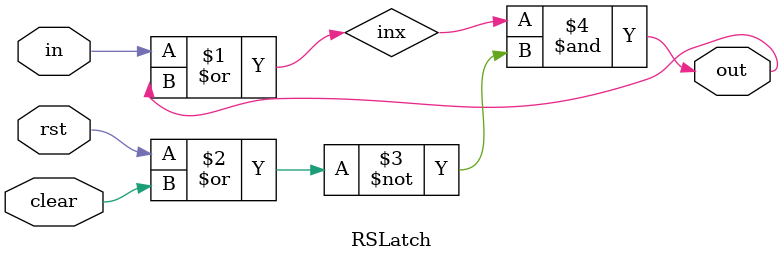
<source format=v>
`timescale 1ns / 1ps

module pbl(pbl, pbr, clear, rst, push, tie, right);

	input pbl, pbr, clear, rst;
	output push, tie, right;
	
	wire BLX, BRX, L, R; //input and output of the RS latch
	assign BLX = pbl&~R;
	assign BRX = pbr&~L;
	
	RSLatch Llatch(BLX, clear, rst, L);
	RSLatch Rlatch(BRX, clear, rst, R);
	
	assign push = L|R; //either player pushed
	assign tie = L&R; //both players pushed
	assign right = R&~L; //right player pushed

endmodule

module RSLatch(in, clear, rst, out);

	input in, clear, rst;
	output out;
	
	wire inx;
	assign inx = in|out;
	assign out = inx&~(rst|clear);
	
endmodule

</source>
